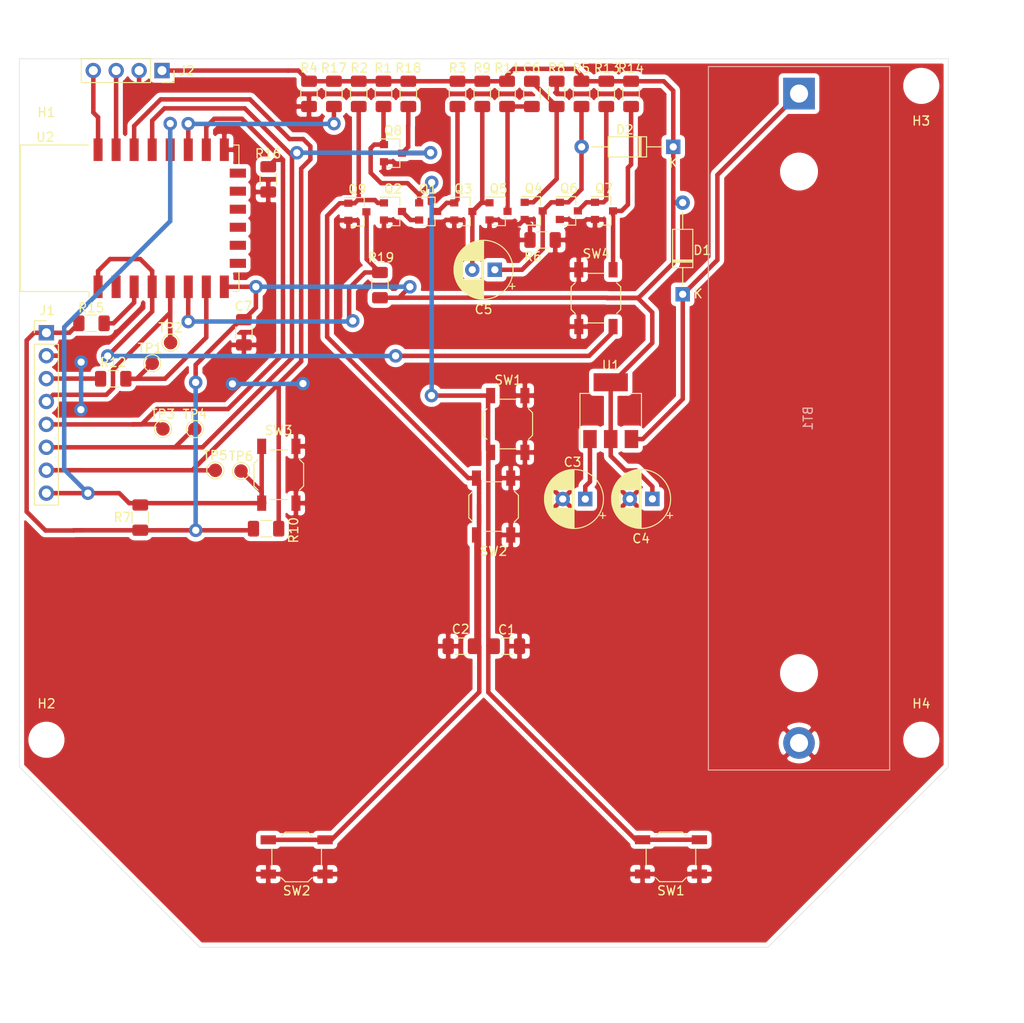
<source format=kicad_pcb>
(kicad_pcb (version 20171130) (host pcbnew 5.1.5+dfsg1-2build2)
  (title_block (title E-printed-exam) (date 2022-06-04) (rev 1.2) (company "Diego Rodríguez Riera"))
  (layers (0 F.Cu signal) (31 B.Cu signal) (34 B.Paste user) (35 F.Paste user) (36 B.SilkS user) (37 F.SilkS user) (38 B.Mask user) (39 F.Mask user) (44 Edge.Cuts user))
  (net 0 "")
  (net 1 GND)
  (net 2 VCC)
  (net 3 "Net-(BT1-Pad1)")
  (net 4 nxt)
  (net 5 spi-clk)
  (net 6 spi-mosi)
  (net 7 spi-cs)
  (net 8 spi-rst)
  (net 9 prv)
  (net 10 "Net-(U2-Pad14)")
  (net 11 "Net-(U2-Pad13)")
  (net 12 "Net-(U2-Pad12)")
  (net 13 "Net-(U2-Pad11)")
  (net 14 "Net-(U2-Pad10)")
  (net 15 "Net-(U2-Pad9)")
  (net 16 "Net-(U2-Pad2)")
  (net 17 nrst)
  (net 18 nxt+prv)
  (net 19 "Net-(C6-Pad1)")
  (net 20 "Net-(J1-Pad3)")
  (net 21 spi-busy,flash)
  (net 22 spi-dc_nxt-in)
  (net 23 spi-miso_prv-in)
  (net 24 "Net-(J2-Pad3)")
  (net 25 "Net-(C3-Pad1)")
  (net 26 "Net-(C5-Pad1)")
  (net 27 "Net-(C6-Pad2)")
  (net 28 "Net-(J2-Pad4)")
  (net 29 "Net-(Q1-Pad3)")
  (net 30 "Net-(Q1-Pad2)")
  (net 31 "Net-(Q6-Pad3)")
  (net 32 "Net-(R15-Pad1)")
  (net 33 "Net-(R17-Pad1)")
  (module Capacitor_THT:CP_Radial_D6.3mm_P2.50mm (layer F.Cu) (at 118.19 61.27 180)
    (fp_text reference C4 (at 1.25 -4.4) (layer F.SilkS))
    (fp_text value 220u)
    (pad 2 thru_hole circle (at 2.5 0 180) (size 1.6 1.6) (drill 0.8) (layers *.Cu *.Mask) (net 1 GND))
    (pad 1 thru_hole rect (at 0 0 180) (size 1.6 1.6) (drill 0.8) (layers *.Cu *.Mask) (net 2 VCC))
  )
  (module Capacitor_THT:CP_Radial_D6.3mm_P2.50mm (layer F.Cu) (at 110.75 61.28 180)
    (fp_text reference C3 (at 1.41 4.09) (layer F.SilkS))
    (fp_text value 100u)
    (pad 2 thru_hole circle (at 2.5 0 180) (size 1.6 1.6) (drill 0.8) (layers *.Cu *.Mask) (net 1 GND))
    (pad 1 thru_hole rect (at 0 0 180) (size 1.6 1.6) (drill 0.8) (layers *.Cu *.Mask) (net 25 "Net-(C3-Pad1)"))
  )
  (module Resistor_SMD:R_1206_3216Metric (layer F.Cu) (at 75.36 64.57 180)
    (fp_text reference R10 (at -3.05 -0.17 270) (layer F.SilkS))
    (fp_text value 33k)
    (pad 2 smd roundrect (at 1.4 0 180) (size 1.25 1.75) (layers F.Cu F.Paste F.Mask) (roundrect_rratio 0.2) (net 2 VCC))
    (pad 1 smd roundrect (at -1.4 0 180) (size 1.25 1.75) (layers F.Cu F.Paste F.Mask) (roundrect_rratio 0.2) (net 8 spi-rst))
  )
  (module Button_Switch_SMD:SW_SPST_TL3342 (layer F.Cu) (at 111.93 39.01 90)
    (fp_text reference SW4 (at 4.915 0.05 180) (layer F.SilkS))
    (fp_text value SW_Push)
    (pad 2 smd rect (at 3.15 1.9 90) (size 1.7 1) (layers F.Cu F.Paste F.Mask) (net 17 nrst))
    (pad 2 smd rect (at -3.15 1.9 90) (size 1.7 1) (layers F.Cu F.Paste F.Mask) (net 17 nrst))
    (pad 1 smd rect (at 3.15 -1.9 90) (size 1.7 1) (layers F.Cu F.Paste F.Mask) (net 1 GND))
    (pad 1 smd rect (at -3.15 -1.9 90) (size 1.7 1) (layers F.Cu F.Paste F.Mask) (net 1 GND))
  )
  (module Resistor_SMD:R_1206_3216Metric (layer F.Cu) (at 106.02 32.56)
    (fp_text reference R6 (at -1.075 1.85) (layer F.SilkS))
    (fp_text value 0)
    (pad 2 smd roundrect (at 1.4 0) (size 1.25 1.75) (layers F.Cu F.Paste F.Mask) (roundrect_rratio 0.2) (net 1 GND))
    (pad 1 smd roundrect (at -1.4 0) (size 1.25 1.75) (layers F.Cu F.Paste F.Mask) (roundrect_rratio 0.2) (net 1 GND))
  )
  (module TestPoint:TestPoint_Pad_D1.5mm (layer F.Cu) (at 69.73 58.1)
    (fp_text reference TP5 (at 0 -1.648) (layer F.SilkS))
    (fp_text value TestPoint)
    (pad 1 smd circle (at 0 0) (size 1.5 1.5) (layers F.Cu F.Mask) (net 8 spi-rst))
  )
  (module Resistor_SMD:R_1206_3216Metric (layer F.Cu) (at 61.41 63.34 90)
    (fp_text reference R7 (at 0.03 -1.98 180) (layer F.SilkS))
    (fp_text value 10k)
    (pad 2 smd roundrect (at 1.4 0 90) (size 1.25 1.75) (layers F.Cu F.Paste F.Mask) (roundrect_rratio 0.2) (net 21 spi-busy,flash))
    (pad 1 smd roundrect (at -1.4 0 90) (size 1.25 1.75) (layers F.Cu F.Paste F.Mask) (roundrect_rratio 0.2) (net 2 VCC))
  )
  (module Package_TO_SOT_SMD:SOT-23 (layer F.Cu) (at 108.93 29.335)
    (fp_text reference Q6 (at 0 -2.5) (layer F.SilkS))
    (fp_text value 2N7002)
    (pad 3 smd rect (at 1 0) (size 0.9 0.8) (layers F.Cu F.Paste F.Mask) (net 31 "Net-(Q6-Pad3)"))
    (pad 2 smd rect (at -1 0.95) (size 0.9 0.8) (layers F.Cu F.Paste F.Mask) (net 1 GND))
    (pad 1 smd rect (at -1 -0.95) (size 0.9 0.8) (layers F.Cu F.Paste F.Mask) (net 26 "Net-(C5-Pad1)"))
  )
  (module Button_Switch_SMD:SW_SPST_TL3342 (layer F.Cu) (at 76.77 58.59 270)
    (fp_text reference SW3 (at -4.92 0.02 180) (layer F.SilkS))
    (fp_text value SW_Push)
    (pad 2 smd rect (at 3.15 1.9 270) (size 1.7 1) (layers F.Cu F.Paste F.Mask) (net 21 spi-busy,flash))
    (pad 2 smd rect (at -3.15 1.9 270) (size 1.7 1) (layers F.Cu F.Paste F.Mask) (net 21 spi-busy,flash))
    (pad 1 smd rect (at 3.15 -1.9 270) (size 1.7 1) (layers F.Cu F.Paste F.Mask) (net 1 GND))
    (pad 1 smd rect (at -3.15 -1.9 270) (size 1.7 1) (layers F.Cu F.Paste F.Mask) (net 1 GND))
  )
  (module Resistor_SMD:R_1206_3216Metric (layer F.Cu) (at 58.41 47.95)
    (fp_text reference R12 (at 0 -1.82) (layer F.SilkS))
    (fp_text value 0)
    (pad 2 smd roundrect (at 1.4 0) (size 1.25 1.75) (layers F.Cu F.Paste F.Mask) (roundrect_rratio 0.2) (net 6 spi-mosi))
    (pad 1 smd roundrect (at -1.4 0) (size 1.25 1.75) (layers F.Cu F.Paste F.Mask) (roundrect_rratio 0.2) (net 20 "Net-(J1-Pad3)"))
  )
  (module Package_TO_SOT_SMD:SOT-223-3_TabPin2 (layer F.Cu) (at 113.57 51.485 90)
    (fp_text reference U1 (at 5.025 0.025 180) (layer F.SilkS))
    (fp_text value AP1117-33)
    (pad 1 smd rect (at -3.15 -2.3 90) (size 2 1.5) (layers F.Cu F.Paste F.Mask) (net 25 "Net-(C3-Pad1)"))
    (pad 3 smd rect (at -3.15 2.3 90) (size 2 1.5) (layers F.Cu F.Paste F.Mask) (net 3 "Net-(BT1-Pad1)"))
    (pad 2 smd rect (at -3.15 0 90) (size 2 1.5) (layers F.Cu F.Paste F.Mask) (net 2 VCC))
    (pad 2 smd rect (at 3.15 0 90) (size 2 3.8) (layers F.Cu F.Paste F.Mask) (net 2 VCC))
  )
  (module TestPoint:TestPoint_Pad_D1.5mm (layer F.Cu) (at 72.58 58.18)
    (fp_text reference TP6 (at 0 -1.648) (layer F.SilkS))
    (fp_text value TestPoint)
    (pad 1 smd circle (at 0 0) (size 1.5 1.5) (layers F.Cu F.Mask) (net 21 spi-busy,flash))
  )
  (module TestPoint:TestPoint_Pad_D1.5mm (layer F.Cu) (at 67.46 53.53)
    (fp_text reference TP4 (at 0 -1.648) (layer F.SilkS))
    (fp_text value TestPoint)
    (pad 1 smd circle (at 0 0) (size 1.5 1.5) (layers F.Cu F.Mask) (net 22 spi-dc_nxt-in))
  )
  (module TestPoint:TestPoint_Pad_D1.5mm (layer F.Cu) (at 63.92 53.51)
    (fp_text reference TP3 (at 0 -1.648) (layer F.SilkS))
    (fp_text value TestPoint)
    (pad 1 smd circle (at 0 0) (size 1.5 1.5) (layers F.Cu F.Mask) (net 7 spi-cs))
  )
  (module TestPoint:TestPoint_Pad_D1.5mm (layer F.Cu) (at 64.77 43.942)
    (fp_text reference TP2 (at 0 -1.648) (layer F.SilkS))
    (fp_text value TestPoint)
    (pad 1 smd circle (at 0 0) (size 1.5 1.5) (layers F.Cu F.Mask) (net 5 spi-clk))
  )
  (module TestPoint:TestPoint_Pad_D1.5mm (layer F.Cu) (at 62.738 46.228)
    (fp_text reference TP1 (at -0.248 -1.668) (layer F.SilkS))
    (fp_text value TestPoint)
    (pad 1 smd circle (at 0 0) (size 1.5 1.5) (layers F.Cu F.Mask) (net 6 spi-mosi))
  )
  (module Resistor_SMD:R_1206_3216Metric (layer F.Cu) (at 87.985 37.565 270)
    (fp_text reference R19 (at -3.05 -0.125 180) (layer F.SilkS))
    (fp_text value 10k)
    (pad 2 smd roundrect (at 1.4 0 270) (size 1.25 1.75) (layers F.Cu F.Paste F.Mask) (roundrect_rratio 0.2) (net 2 VCC))
    (pad 1 smd roundrect (at -1.4 0 270) (size 1.25 1.75) (layers F.Cu F.Paste F.Mask) (roundrect_rratio 0.2) (net 23 spi-miso_prv-in))
  )
  (module Resistor_SMD:R_1206_3216Metric (layer F.Cu) (at 91.13 16.36 90)
    (fp_text reference R18 (at 2.875 0 180) (layer F.SilkS))
    (fp_text value 10k)
    (pad 2 smd roundrect (at 1.4 0 90) (size 1.25 1.75) (layers F.Cu F.Paste F.Mask) (roundrect_rratio 0.2) (net 2 VCC))
    (pad 1 smd roundrect (at -1.4 0 90) (size 1.25 1.75) (layers F.Cu F.Paste F.Mask) (roundrect_rratio 0.2) (net 22 spi-dc_nxt-in))
  )
  (module Resistor_SMD:R_1206_3216Metric (layer F.Cu) (at 82.88 16.36 90)
    (fp_text reference R17 (at 2.875 0 180) (layer F.SilkS))
    (fp_text value 10k)
    (pad 2 smd roundrect (at 1.4 0 90) (size 1.25 1.75) (layers F.Cu F.Paste F.Mask) (roundrect_rratio 0.2) (net 2 VCC))
    (pad 1 smd roundrect (at -1.4 0 90) (size 1.25 1.75) (layers F.Cu F.Paste F.Mask) (roundrect_rratio 0.2) (net 33 "Net-(R17-Pad1)"))
  )
  (module Resistor_SMD:R_1206_3216Metric (layer F.Cu) (at 110.33 16.36 270)
    (fp_text reference R5 (at -2.84 0.03 180) (layer F.SilkS))
    (fp_text value 10k)
    (pad 2 smd roundrect (at 1.4 0 270) (size 1.25 1.75) (layers F.Cu F.Paste F.Mask) (roundrect_rratio 0.2) (net 26 "Net-(C5-Pad1)"))
    (pad 1 smd roundrect (at -1.4 0 270) (size 1.25 1.75) (layers F.Cu F.Paste F.Mask) (roundrect_rratio 0.2) (net 2 VCC))
  )
  (module Resistor_SMD:R_1206_3216Metric (layer F.Cu) (at 115.83 16.36 90)
    (fp_text reference R14 (at 2.85 -0.02 180) (layer F.SilkS))
    (fp_text value 10k)
    (pad 2 smd roundrect (at 1.4 0 90) (size 1.25 1.75) (layers F.Cu F.Paste F.Mask) (roundrect_rratio 0.2) (net 2 VCC))
    (pad 1 smd roundrect (at -1.4 0 90) (size 1.25 1.75) (layers F.Cu F.Paste F.Mask) (roundrect_rratio 0.2) (net 17 nrst))
  )
  (module Resistor_SMD:R_1206_3216Metric (layer F.Cu) (at 113.08 16.36 270)
    (fp_text reference R13 (at -2.85 -0.075 180) (layer F.SilkS))
    (fp_text value 18k)
    (pad 2 smd roundrect (at 1.4 0 270) (size 1.25 1.75) (layers F.Cu F.Paste F.Mask) (roundrect_rratio 0.2) (net 31 "Net-(Q6-Pad3)"))
    (pad 1 smd roundrect (at -1.4 0 270) (size 1.25 1.75) (layers F.Cu F.Paste F.Mask) (roundrect_rratio 0.2) (net 2 VCC))
  )
  (module Resistor_SMD:R_1206_3216Metric (layer F.Cu) (at 102.08 16.36 270)
    (fp_text reference R11 (at -2.875 -0.025 180) (layer F.SilkS))
    (fp_text value 680k)
    (pad 2 smd roundrect (at 1.4 0 270) (size 1.25 1.75) (layers F.Cu F.Paste F.Mask) (roundrect_rratio 0.2) (net 19 "Net-(C6-Pad1)"))
    (pad 1 smd roundrect (at -1.4 0 270) (size 1.25 1.75) (layers F.Cu F.Paste F.Mask) (roundrect_rratio 0.2) (net 2 VCC))
  )
  (module Resistor_SMD:R_1206_3216Metric (layer F.Cu) (at 99.33 16.36 270)
    (fp_text reference R9 (at -2.875 0.025 180) (layer F.SilkS))
    (fp_text value 3.3k)
    (pad 2 smd roundrect (at 1.4 0 270) (size 1.25 1.75) (layers F.Cu F.Paste F.Mask) (roundrect_rratio 0.2) (net 18 nxt+prv))
    (pad 1 smd roundrect (at -1.4 0 270) (size 1.25 1.75) (layers F.Cu F.Paste F.Mask) (roundrect_rratio 0.2) (net 2 VCC))
  )
  (module Resistor_SMD:R_1206_3216Metric (layer F.Cu) (at 107.58 16.36 90)
    (fp_text reference R8 (at 2.875 0 180) (layer F.SilkS))
    (fp_text value 330)
    (pad 2 smd roundrect (at 1.4 0 90) (size 1.25 1.75) (layers F.Cu F.Paste F.Mask) (roundrect_rratio 0.2) (net 1 GND))
    (pad 1 smd roundrect (at -1.4 0 90) (size 1.25 1.75) (layers F.Cu F.Paste F.Mask) (roundrect_rratio 0.2) (net 27 "Net-(C6-Pad2)"))
  )
  (module Resistor_SMD:R_1206_3216Metric (layer F.Cu) (at 96.58 16.36 90)
    (fp_text reference R3 (at 2.875 0 180) (layer F.SilkS))
    (fp_text value 33k)
    (pad 2 smd roundrect (at 1.4 0 90) (size 1.25 1.75) (layers F.Cu F.Paste F.Mask) (roundrect_rratio 0.2) (net 2 VCC))
    (pad 1 smd roundrect (at -1.4 0 90) (size 1.25 1.75) (layers F.Cu F.Paste F.Mask) (roundrect_rratio 0.2) (net 29 "Net-(Q1-Pad3)"))
  )
  (module Resistor_SMD:R_1206_3216Metric (layer F.Cu) (at 85.63 16.36 90)
    (fp_text reference R2 (at 2.875 0.05 180) (layer F.SilkS))
    (fp_text value 5k)
    (pad 2 smd roundrect (at 1.4 0 90) (size 1.25 1.75) (layers F.Cu F.Paste F.Mask) (roundrect_rratio 0.2) (net 2 VCC))
    (pad 1 smd roundrect (at -1.4 0 90) (size 1.25 1.75) (layers F.Cu F.Paste F.Mask) (roundrect_rratio 0.2) (net 9 prv))
  )
  (module Resistor_SMD:R_1206_3216Metric (layer F.Cu) (at 88.38 16.36 270)
    (fp_text reference R1 (at -2.875 0.05 180) (layer F.SilkS))
    (fp_text value 5k)
    (pad 2 smd roundrect (at 1.4 0 270) (size 1.25 1.75) (layers F.Cu F.Paste F.Mask) (roundrect_rratio 0.2) (net 4 nxt))
    (pad 1 smd roundrect (at -1.4 0 270) (size 1.25 1.75) (layers F.Cu F.Paste F.Mask) (roundrect_rratio 0.2) (net 2 VCC))
  )
  (module Resistor_SMD:R_1206_3216Metric (layer F.Cu) (at 75.6 25.84 90)
    (fp_text reference R16 (at 2.84 -0.02 180) (layer F.SilkS))
    (fp_text value 10k)
    (pad 2 smd roundrect (at 1.4 0 90) (size 1.25 1.75) (layers F.Cu F.Paste F.Mask) (roundrect_rratio 0.2) (net 7 spi-cs))
    (pad 1 smd roundrect (at -1.4 0 90) (size 1.25 1.75) (layers F.Cu F.Paste F.Mask) (roundrect_rratio 0.2) (net 1 GND))
  )
  (module Resistor_SMD:R_1206_3216Metric (layer F.Cu) (at 56 41.8 180)
    (fp_text reference R15 (at 0.03 1.72) (layer F.SilkS))
    (fp_text value 10k)
    (pad 2 smd roundrect (at 1.4 0 180) (size 1.25 1.75) (layers F.Cu F.Paste F.Mask) (roundrect_rratio 0.2) (net 2 VCC))
    (pad 1 smd roundrect (at -1.4 0 180) (size 1.25 1.75) (layers F.Cu F.Paste F.Mask) (roundrect_rratio 0.2) (net 32 "Net-(R15-Pad1)"))
  )
  (module Resistor_SMD:R_1206_3216Metric (layer F.Cu) (at 80.12 16.36 270)
    (fp_text reference R4 (at -2.875 0 180) (layer F.SilkS))
    (fp_text value 33k)
    (pad 2 smd roundrect (at 1.4 0 270) (size 1.25 1.75) (layers F.Cu F.Paste F.Mask) (roundrect_rratio 0.2) (net 1 GND))
    (pad 1 smd roundrect (at -1.4 0 270) (size 1.25 1.75) (layers F.Cu F.Paste F.Mask) (roundrect_rratio 0.2) (net 2 VCC))
  )
  (module Package_TO_SOT_SMD:SOT-23 (layer F.Cu) (at 85.48 29.435)
    (fp_text reference Q9 (at 0 -2.5) (layer F.SilkS))
    (fp_text value 2N7002)
    (pad 3 smd rect (at 1 0) (size 0.9 0.8) (layers F.Cu F.Paste F.Mask) (net 23 spi-miso_prv-in))
    (pad 2 smd rect (at -1 0.95) (size 0.9 0.8) (layers F.Cu F.Paste F.Mask) (net 1 GND))
    (pad 1 smd rect (at -1 -0.95) (size 0.9 0.8) (layers F.Cu F.Paste F.Mask) (net 9 prv))
  )
  (module Package_TO_SOT_SMD:SOT-23 (layer F.Cu) (at 89.43 22.935)
    (fp_text reference Q8 (at 0 -2.5) (layer F.SilkS))
    (fp_text value 2N7002)
    (pad 3 smd rect (at 1 0) (size 0.9 0.8) (layers F.Cu F.Paste F.Mask) (net 22 spi-dc_nxt-in))
    (pad 2 smd rect (at -1 0.95) (size 0.9 0.8) (layers F.Cu F.Paste F.Mask) (net 1 GND))
    (pad 1 smd rect (at -1 -0.95) (size 0.9 0.8) (layers F.Cu F.Paste F.Mask) (net 4 nxt))
  )
  (module Package_TO_SOT_SMD:SOT-23 (layer F.Cu) (at 112.83 29.335)
    (fp_text reference Q7 (at 0 -2.5) (layer F.SilkS))
    (fp_text value 2N7002)
    (pad 3 smd rect (at 1 0) (size 0.9 0.8) (layers F.Cu F.Paste F.Mask) (net 17 nrst))
    (pad 2 smd rect (at -1 0.95) (size 0.9 0.8) (layers F.Cu F.Paste F.Mask) (net 1 GND))
    (pad 1 smd rect (at -1 -0.95) (size 0.9 0.8) (layers F.Cu F.Paste F.Mask) (net 31 "Net-(Q6-Pad3)"))
  )
  (module Package_TO_SOT_SMD:SOT-23 (layer F.Cu) (at 101.13 29.385)
    (fp_text reference Q5 (at 0 -2.5) (layer F.SilkS))
    (fp_text value 2N7002)
    (pad 3 smd rect (at 1 0) (size 0.9 0.8) (layers F.Cu F.Paste F.Mask) (net 19 "Net-(C6-Pad1)"))
    (pad 2 smd rect (at -1 0.95) (size 0.9 0.8) (layers F.Cu F.Paste F.Mask) (net 1 GND))
    (pad 1 smd rect (at -1 -0.95) (size 0.9 0.8) (layers F.Cu F.Paste F.Mask) (net 18 nxt+prv))
  )
  (module Package_TO_SOT_SMD:SOT-23 (layer F.Cu) (at 105.03 29.335)
    (fp_text reference Q4 (at 0 -2.5) (layer F.SilkS))
    (fp_text value 2N7002)
    (pad 3 smd rect (at 1 0) (size 0.9 0.8) (layers F.Cu F.Paste F.Mask) (net 26 "Net-(C5-Pad1)"))
    (pad 2 smd rect (at -1 0.95) (size 0.9 0.8) (layers F.Cu F.Paste F.Mask) (net 1 GND))
    (pad 1 smd rect (at -1 -0.95) (size 0.9 0.8) (layers F.Cu F.Paste F.Mask) (net 27 "Net-(C6-Pad2)"))
  )
  (module Package_TO_SOT_SMD:SOT-23 (layer F.Cu) (at 97.23 29.397)
    (fp_text reference Q3 (at 0 -2.5) (layer F.SilkS))
    (fp_text value 2N7002)
    (pad 3 smd rect (at 1 0) (size 0.9 0.8) (layers F.Cu F.Paste F.Mask) (net 18 nxt+prv))
    (pad 2 smd rect (at -1 0.95) (size 0.9 0.8) (layers F.Cu F.Paste F.Mask) (net 1 GND))
    (pad 1 smd rect (at -1 -0.95) (size 0.9 0.8) (layers F.Cu F.Paste F.Mask) (net 29 "Net-(Q1-Pad3)"))
  )
  (module Package_TO_SOT_SMD:SOT-23 (layer F.Cu) (at 89.43 29.397)
    (fp_text reference Q2 (at 0 -2.5) (layer F.SilkS))
    (fp_text value 2N7002)
    (pad 3 smd rect (at 1 0) (size 0.9 0.8) (layers F.Cu F.Paste F.Mask) (net 30 "Net-(Q1-Pad2)"))
    (pad 2 smd rect (at -1 0.95) (size 0.9 0.8) (layers F.Cu F.Paste F.Mask) (net 1 GND))
    (pad 1 smd rect (at -1 -0.95) (size 0.9 0.8) (layers F.Cu F.Paste F.Mask) (net 9 prv))
  )
  (module Package_TO_SOT_SMD:SOT-23 (layer F.Cu) (at 93.33 29.397)
    (fp_text reference Q1 (at 0 -2.5) (layer F.SilkS))
    (fp_text value 2N7002)
    (pad 3 smd rect (at 1 0) (size 0.9 0.8) (layers F.Cu F.Paste F.Mask) (net 29 "Net-(Q1-Pad3)"))
    (pad 2 smd rect (at -1 0.95) (size 0.9 0.8) (layers F.Cu F.Paste F.Mask) (net 30 "Net-(Q1-Pad2)"))
    (pad 1 smd rect (at -1 -0.95) (size 0.9 0.8) (layers F.Cu F.Paste F.Mask) (net 4 nxt))
  )
  (module Diode_THT:D_DO-35_SOD27_P10.16mm_Horizontal (layer F.Cu) (at 120.505 22.235 180)
    (fp_text reference D2 (at 5.375 1.905) (layer F.SilkS))
    (fp_text value 2N7001)
    (fp_text user K (at 0 -1.8) (layer F.SilkS))
    (pad 2 thru_hole oval (at 10.16 0 180) (size 1.6 1.6) (drill 0.8) (layers *.Cu *.Mask) (net 26 "Net-(C5-Pad1)"))
    (pad 1 thru_hole rect (at 0 0 180) (size 1.6 1.6) (drill 0.8) (layers *.Cu *.Mask) (net 2 VCC))
  )
  (module Diode_THT:D_DO-35_SOD27_P10.16mm_Horizontal (layer F.Cu) (at 121.55 38.58 90)
    (fp_text reference D1 (at 4.878 2.16 180) (layer F.SilkS))
    (fp_text value 2N7001)
    (fp_text user K (at 0.058 1.71 180) (layer F.SilkS))
    (pad 2 thru_hole oval (at 10.16 0 90) (size 1.6 1.6) (drill 0.8) (layers *.Cu *.Mask) (net 2 VCC))
    (pad 1 thru_hole rect (at 0 0 90) (size 1.6 1.6) (drill 0.8) (layers *.Cu *.Mask) (net 3 "Net-(BT1-Pad1)"))
  )
  (module Capacitor_SMD:C_1206_3216Metric (layer F.Cu) (at 104.83 16.36 90)
    (fp_text reference C6 (at 2.875 -0.025 180) (layer F.SilkS))
    (fp_text value 100n)
    (pad 2 smd roundrect (at 1.4 0 90) (size 1.25 1.75) (layers F.Cu F.Paste F.Mask) (roundrect_rratio 0.2) (net 27 "Net-(C6-Pad2)"))
    (pad 1 smd roundrect (at -1.4 0 90) (size 1.25 1.75) (layers F.Cu F.Paste F.Mask) (roundrect_rratio 0.2) (net 19 "Net-(C6-Pad1)"))
  )
  (module Capacitor_THT:CP_Radial_D6.3mm_P2.50mm (layer F.Cu) (at 100.72 35.86 180)
    (fp_text reference C5 (at 1.25 -4.4) (layer F.SilkS))
    (fp_text value 47u)
    (pad 2 thru_hole circle (at 2.5 0 180) (size 1.6 1.6) (drill 0.8) (layers *.Cu *.Mask) (net 18 nxt+prv))
    (pad 1 thru_hole rect (at 0 0 180) (size 1.6 1.6) (drill 0.8) (layers *.Cu *.Mask) (net 26 "Net-(C5-Pad1)"))
  )
  (module Capacitor_SMD:C_1206_3216Metric (layer F.Cu) (at 72.898 42.796 90)
    (fp_text reference C7 (at 2.886 -0.048 180) (layer F.SilkS))
    (fp_text value 100n)
    (pad 2 smd roundrect (at 1.4 0 90) (size 1.25 1.75) (layers F.Cu F.Paste F.Mask) (roundrect_rratio 0.2) (net 2 VCC))
    (pad 1 smd roundrect (at -1.4 0 90) (size 1.25 1.75) (layers F.Cu F.Paste F.Mask) (roundrect_rratio 0.2) (net 1 GND))
  )
  (module Button_Switch_SMD:SW_SPST_TL3342 (layer F.Cu) (at 100.585 62.115 270)
    (fp_text reference SW2 (at 4.96 0.01 180) (layer F.SilkS))
    (fp_text value SW_Push)
    (pad 1 smd rect (at -3.15 -1.9 270) (size 1.7 1) (layers F.Cu F.Paste F.Mask) (net 1 GND))
    (pad 1 smd rect (at 3.15 -1.9 270) (size 1.7 1) (layers F.Cu F.Paste F.Mask) (net 1 GND))
    (pad 2 smd rect (at -3.15 1.9 270) (size 1.7 1) (layers F.Cu F.Paste F.Mask) (net 9 prv))
    (pad 2 smd rect (at 3.15 1.9 270) (size 1.7 1) (layers F.Cu F.Paste F.Mask) (net 9 prv))
  )
  (module Button_Switch_SMD:SW_SPST_TL3342 (layer F.Cu) (at 102.155 52.965 270)
    (fp_text reference SW1 (at -4.865 -0.045 180) (layer F.SilkS))
    (fp_text value SW_Push)
    (pad 1 smd rect (at -3.15 -1.9 270) (size 1.7 1) (layers F.Cu F.Paste F.Mask) (net 1 GND))
    (pad 1 smd rect (at 3.15 -1.9 270) (size 1.7 1) (layers F.Cu F.Paste F.Mask) (net 1 GND))
    (pad 2 smd rect (at -3.15 1.9 270) (size 1.7 1) (layers F.Cu F.Paste F.Mask) (net 4 nxt))
    (pad 2 smd rect (at 3.15 1.9 270) (size 1.7 1) (layers F.Cu F.Paste F.Mask) (net 4 nxt))
  )
  (module Battery:BatteryHolder_MPD_BH-18650-PC2 (layer B.Cu) (at 134.45 16.33 270)
    (fp_text reference BT1 (at 36 -1 90) (layer B.SilkS) (effects (justify mirror)))
    (fp_text value Battery_Cell)
    (pad "" np_thru_hole circle (at 64.255 0 270) (size 3.2 3.2) (drill 3.2) (layers *.Cu *.Mask))
    (pad "" np_thru_hole circle (at 8.645 0 270) (size 3.2 3.2) (drill 3.2) (layers *.Cu *.Mask))
    (pad 1 thru_hole rect (at 0 0 270) (size 3.5 3.5) (drill 2) (layers *.Cu *.Mask) (net 3 "Net-(BT1-Pad1)"))
    (pad 2 thru_hole circle (at 72 0 270) (size 3.5 3.5) (drill 2) (layers *.Cu *.Mask) (net 1 GND))
  )
  (module Capacitor_SMD:C_1206_3216Metric (layer F.Cu) (at 102.06 77.6)
    (fp_text reference C1 (at 0 -1.82) (layer F.SilkS))
    (fp_text value 100n)
    (pad 2 smd roundrect (at 1.4 0) (size 1.25 1.75) (layers F.Cu F.Paste F.Mask) (roundrect_rratio 0.2) (net 1 GND))
    (pad 1 smd roundrect (at -1.4 0) (size 1.25 1.75) (layers F.Cu F.Paste F.Mask) (roundrect_rratio 0.2) (net 4 nxt))
  )
  (module Connector_PinSocket_2.54mm:PinSocket_1x04_P2.54mm_Vertical (layer F.Cu) (at 63.82 13.775 270)
    (fp_text reference J2 (at 0 -2.77 180) (layer F.SilkS))
    (fp_text value Conn_01x04)
    (pad 4 thru_hole oval (at 0 7.62 270) (size 1.7 1.7) (drill 1) (layers *.Cu *.Mask) (net 28 "Net-(J2-Pad4)"))
    (pad 3 thru_hole oval (at 0 5.08 270) (size 1.7 1.7) (drill 1) (layers *.Cu *.Mask) (net 24 "Net-(J2-Pad3)"))
    (pad 2 thru_hole oval (at 0 2.54 270) (size 1.7 1.7) (drill 1) (layers *.Cu *.Mask) (net 1 GND))
    (pad 1 thru_hole rect (at 0 0 270) (size 1.7 1.7) (drill 1) (layers *.Cu *.Mask) (net 2 VCC))
  )
  (module Connector_PinHeader_2.54mm:PinHeader_1x08_P2.54mm_Vertical (layer F.Cu) (at 51 42.85)
    (fp_text reference J1 (at 0.1 -2.48 180) (layer F.SilkS))
    (fp_text value Conn_01x08)
    (pad 8 thru_hole oval (at 0 17.78) (size 1.7 1.7) (drill 1) (layers *.Cu *.Mask) (net 21 spi-busy,flash))
    (pad 7 thru_hole oval (at 0 15.24) (size 1.7 1.7) (drill 1) (layers *.Cu *.Mask) (net 8 spi-rst))
    (pad 6 thru_hole oval (at 0 12.7) (size 1.7 1.7) (drill 1) (layers *.Cu *.Mask) (net 22 spi-dc_nxt-in))
    (pad 5 thru_hole oval (at 0 10.16) (size 1.7 1.7) (drill 1) (layers *.Cu *.Mask) (net 7 spi-cs))
    (pad 4 thru_hole oval (at 0 7.62) (size 1.7 1.7) (drill 1) (layers *.Cu *.Mask) (net 5 spi-clk))
    (pad 3 thru_hole oval (at 0 5.08) (size 1.7 1.7) (drill 1) (layers *.Cu *.Mask) (net 20 "Net-(J1-Pad3)"))
    (pad 2 thru_hole oval (at 0 2.54) (size 1.7 1.7) (drill 1) (layers *.Cu *.Mask) (net 1 GND))
    (pad 1 thru_hole rect (at 0 0) (size 1.7 1.7) (drill 1) (layers *.Cu *.Mask) (net 2 VCC))
  )
  (module RF_Module:ESP-12E (layer F.Cu) (at 60.23 30.15 90)
    (fp_text reference U2 (at 9 -9.36 180) (layer F.SilkS))
    (fp_text value ESP-12F)
    (pad 22 smd rect (at 7.6 -3.5 90) (size 2.5 1) (layers F.Cu F.Paste F.Mask) (net 28 "Net-(J2-Pad4)"))
    (pad 21 smd rect (at 7.6 -1.5 90) (size 2.5 1) (layers F.Cu F.Paste F.Mask) (net 24 "Net-(J2-Pad3)"))
    (pad 20 smd rect (at 7.6 0.5 90) (size 2.5 1) (layers F.Cu F.Paste F.Mask) (net 8 spi-rst))
    (pad 19 smd rect (at 7.6 2.5 90) (size 2.5 1) (layers F.Cu F.Paste F.Mask) (net 22 spi-dc_nxt-in))
    (pad 18 smd rect (at 7.6 4.5 90) (size 2.5 1) (layers F.Cu F.Paste F.Mask) (net 21 spi-busy,flash))
    (pad 17 smd rect (at 7.6 6.5 90) (size 2.5 1) (layers F.Cu F.Paste F.Mask) (net 33 "Net-(R17-Pad1)"))
    (pad 16 smd rect (at 7.6 8.5 90) (size 2.5 1) (layers F.Cu F.Paste F.Mask) (net 7 spi-cs))
    (pad 15 smd rect (at 7.6 10.5 90) (size 2.5 1) (layers F.Cu F.Paste F.Mask) (net 1 GND))
    (pad 14 smd rect (at 5 12 90) (size 1 1.8) (layers F.Cu F.Paste F.Mask) (net 10 "Net-(U2-Pad14)"))
    (pad 13 smd rect (at 3 12 90) (size 1 1.8) (layers F.Cu F.Paste F.Mask) (net 11 "Net-(U2-Pad13)"))
    (pad 12 smd rect (at 1 12 90) (size 1 1.8) (layers F.Cu F.Paste F.Mask) (net 12 "Net-(U2-Pad12)"))
    (pad 11 smd rect (at -1 12 90) (size 1 1.8) (layers F.Cu F.Paste F.Mask) (net 13 "Net-(U2-Pad11)"))
    (pad 10 smd rect (at -3 12 90) (size 1 1.8) (layers F.Cu F.Paste F.Mask) (net 14 "Net-(U2-Pad10)"))
    (pad 9 smd rect (at -5 12 90) (size 1 1.8) (layers F.Cu F.Paste F.Mask) (net 15 "Net-(U2-Pad9)"))
    (pad 8 smd rect (at -7.6 10.5 90) (size 2.5 1) (layers F.Cu F.Paste F.Mask) (net 2 VCC))
    (pad 7 smd rect (at -7.6 8.5 90) (size 2.5 1) (layers F.Cu F.Paste F.Mask) (net 6 spi-mosi))
    (pad 6 smd rect (at -7.6 6.5 90) (size 2.5 1) (layers F.Cu F.Paste F.Mask) (net 23 spi-miso_prv-in))
    (pad 5 smd rect (at -7.6 4.5 90) (size 2.5 1) (layers F.Cu F.Paste F.Mask) (net 5 spi-clk))
    (pad 4 smd rect (at -7.6 2.5 90) (size 2.5 1) (layers F.Cu F.Paste F.Mask) (net 17 nrst))
    (pad 3 smd rect (at -7.6 0.5 90) (size 2.5 1) (layers F.Cu F.Paste F.Mask) (net 32 "Net-(R15-Pad1)"))
    (pad 2 smd rect (at -7.6 -1.5 90) (size 2.5 1) (layers F.Cu F.Paste F.Mask) (net 16 "Net-(U2-Pad2)"))
    (pad 1 smd rect (at -7.6 -3.5 90) (size 2.5 1) (layers F.Cu F.Paste F.Mask) (net 17 nrst))
  )
  (module Capacitor_SMD:C_1206_3216Metric (layer F.Cu) (at 96.95 77.6 180)
    (fp_text reference C2 (at 0.02 1.882 180) (layer F.SilkS))
    (fp_text value 100n)
    (pad 2 smd roundrect (at 1.4 0 180) (size 1.25 1.75) (layers F.Cu F.Paste F.Mask) (roundrect_rratio 0.2) (net 1 GND))
    (pad 1 smd roundrect (at -1.4 0 180) (size 1.25 1.75) (layers F.Cu F.Paste F.Mask) (roundrect_rratio 0.2) (net 9 prv))
  )
  (module Button_Switch_SMD:SW_SPST_TL3342 (layer F.Cu) (at 78.75 100.97 180)
    (fp_text reference SW2 (at 0 -3.75) (layer F.SilkS))
    (fp_text value SW_Push)
    (pad 2 smd rect (at 3.15 1.9 180) (size 1.7 1) (layers F.Cu F.Paste F.Mask) (net 9 prv))
    (pad 2 smd rect (at -3.15 1.9 180) (size 1.7 1) (layers F.Cu F.Paste F.Mask) (net 9 prv))
    (pad 1 smd rect (at 3.15 -1.9 180) (size 1.7 1) (layers F.Cu F.Paste F.Mask) (net 1 GND))
    (pad 1 smd rect (at -3.15 -1.9 180) (size 1.7 1) (layers F.Cu F.Paste F.Mask) (net 1 GND))
  )
  (module Button_Switch_SMD:SW_SPST_TL3342 (layer F.Cu) (at 120.25 100.96 180)
    (fp_text reference SW1 (at 0 -3.75) (layer F.SilkS))
    (fp_text value SW_Push)
    (pad 2 smd rect (at 3.15 1.9 180) (size 1.7 1) (layers F.Cu F.Paste F.Mask) (net 4 nxt))
    (pad 2 smd rect (at -3.15 1.9 180) (size 1.7 1) (layers F.Cu F.Paste F.Mask) (net 4 nxt))
    (pad 1 smd rect (at 3.15 -1.9 180) (size 1.7 1) (layers F.Cu F.Paste F.Mask) (net 1 GND))
    (pad 1 smd rect (at -3.15 -1.9 180) (size 1.7 1) (layers F.Cu F.Paste F.Mask) (net 1 GND))
  )
  (module MountingHole:MountingHole_3mm (layer F.Cu) (at 148.005 15.475)
    (fp_text reference H3 (at -0.015 3.885) (layer F.SilkS))
    (fp_text value MountingHole)
    (pad 1 np_thru_hole circle (at 0 0) (size 3 3) (drill 3) (layers *.Cu *.Mask))
  )
  (module MountingHole:MountingHole_3mm (layer F.Cu) (at 51.005 15.475)
    (fp_text reference H1 (at -0.005 2.935) (layer F.SilkS))
    (fp_text value MountingHole)
    (pad 1 np_thru_hole circle (at 0 0) (size 3 3) (drill 3) (layers *.Cu *.Mask))
  )
  (module MountingHole:MountingHole_3mm (layer F.Cu) (at 148.005 87.975)
    (fp_text reference H4 (at 0 -4) (layer F.SilkS))
    (fp_text value MountingHole)
    (pad 1 np_thru_hole circle (at 0 0) (size 3 3) (drill 3) (layers *.Cu *.Mask))
  )
  (module MountingHole:MountingHole_3mm (layer F.Cu) (at 51.005 87.975)
    (fp_text reference H2 (at 0 -4) (layer F.SilkS))
    (fp_text value MountingHole)
    (pad 1 np_thru_hole circle (at 0 0) (size 3 3) (drill 3) (layers *.Cu *.Mask))
  )
  (gr_line (start 151.005 12.475) (end 48.005 12.475) (layer Edge.Cuts) (width 0.05))
  (gr_line (start 68.005 110.975) (end 131.005 110.975) (layer Edge.Cuts) (width 0.05))
  (gr_line (start 48.005 90.975) (end 68.005 110.975) (layer Edge.Cuts) (width 0.05))
  (gr_line (start 151.005 90.975) (end 131.005 110.975) (layer Edge.Cuts) (width 0.05))
  (gr_line (start 48.005 90.975) (end 48.005 12.475) (layer Edge.Cuts) (width 0.05))
  (gr_line (start 151.005 12.475) (end 151.005 90.975) (layer Edge.Cuts) (width 0.05))
  (segment (start 56.205 13.88) (end 56.2 13.875) (width 0.5) (layer F.Cu) (net 28))
  (segment (start 56.205 18.425) (end 56.205 13.88) (width 0.5) (layer F.Cu) (net 28))
  (segment (start 56.73 18.95) (end 56.205 18.425) (width 0.5) (layer F.Cu) (net 28))
  (segment (start 56.73 22.55) (end 56.73 18.95) (width 0.5) (layer F.Cu) (net 28))
  (via (at 71.628 48.514) (size 1.5) (drill 0.8) (layers F.Cu B.Cu) (net 1))
  (via (at 54.85 46.1) (size 1.5) (drill 0.8) (layers F.Cu B.Cu) (net 1))
  (segment (start 54.85 46.1) (end 54.85 51.2) (width 0.5) (layer B.Cu) (net 1))
  (via (at 54.825 51.375) (size 1.5) (drill 0.8) (layers F.Cu B.Cu) (net 1))
  (segment (start 54.85 51.2) (end 54.85 51.35) (width 0.5) (layer B.Cu) (net 1))
  (segment (start 54.85 51.35) (end 54.825 51.375) (width 0.5) (layer B.Cu) (net 1))
  (segment (start 103.98 30.285) (end 103.455 30.81) (width 0.5) (layer F.Cu) (net 1))
  (segment (start 104.03 30.285) (end 103.98 30.285) (width 0.5) (layer F.Cu) (net 1))
  (segment (start 103.455 30.81) (end 102.545 30.81) (width 0.5) (layer F.Cu) (net 1))
  (via (at 79.45 48.480002) (size 1.5) (drill 0.8) (layers F.Cu B.Cu) (net 1))
  (segment (start 71.628 48.514) (end 79.416002 48.514) (width 0.5) (layer B.Cu) (net 1))
  (segment (start 79.416002 48.514) (end 79.45 48.480002) (width 0.5) (layer B.Cu) (net 1))
  (segment (start 104.62 32.56) (end 104.62 30.875) (width 0.5) (layer F.Cu) (net 1))
  (segment (start 104.62 30.875) (end 104.03 30.285) (width 0.5) (layer F.Cu) (net 1))
  (segment (start 85.63 14.96) (end 88.38 14.96) (width 0.5) (layer F.Cu) (net 2))
  (segment (start 88.38 14.96) (end 91.13 14.96) (width 0.5) (layer F.Cu) (net 2))
  (segment (start 92.005 14.96) (end 96.58 14.96) (width 0.5) (layer F.Cu) (net 2))
  (segment (start 91.13 14.96) (end 92.005 14.96) (width 0.5) (layer F.Cu) (net 2))
  (segment (start 96.58 14.96) (end 99.33 14.96) (width 0.5) (layer F.Cu) (net 2))
  (segment (start 102.08 14.96) (end 99.33 14.96) (width 0.5) (layer F.Cu) (net 2))
  (segment (start 115.83 14.96) (end 113.08 14.96) (width 0.5) (layer F.Cu) (net 2))
  (segment (start 110.33 14.96) (end 113.08 14.96) (width 0.5) (layer F.Cu) (net 2))
  (segment (start 110.33 14.335) (end 110.33 14.96) (width 0.5) (layer F.Cu) (net 2))
  (segment (start 102.08 14.335) (end 102.83001 13.58499) (width 0.5) (layer F.Cu) (net 2))
  (segment (start 109.57999 13.58499) (end 110.33 14.335) (width 0.5) (layer F.Cu) (net 2))
  (segment (start 102.08 14.96) (end 102.08 14.335) (width 0.5) (layer F.Cu) (net 2))
  (segment (start 102.83001 13.58499) (end 109.57999 13.58499) (width 0.5) (layer F.Cu) (net 2))
  (segment (start 74.58 37.72) (end 74.58 37.72) (width 0.5) (layer F.Cu) (net 2))
  (via (at 74.23 37.74) (size 1.5) (drill 0.8) (layers F.Cu B.Cu) (net 2))
  (segment (start 90.155 38.965) (end 87.985 38.965) (width 0.5) (layer F.Cu) (net 2))
  (segment (start 120.505 23.535) (end 120.505 22.235) (width 0.5) (layer F.Cu) (net 2))
  (segment (start 74.23 40.064) (end 74.23 37.74) (width 0.5) (layer F.Cu) (net 2))
  (segment (start 72.898 41.396) (end 74.23 40.064) (width 0.5) (layer F.Cu) (net 2))
  (segment (start 74.22 37.75) (end 74.23 37.74) (width 0.5) (layer F.Cu) (net 2))
  (segment (start 70.73 37.75) (end 74.22 37.75) (width 0.5) (layer F.Cu) (net 2))
  (via (at 67.55 48.35) (size 1.5) (drill 0.8) (layers F.Cu B.Cu) (net 2))
  (segment (start 67.55 47.28934) (end 67.55 48.35) (width 0.5) (layer F.Cu) (net 2))
  (segment (start 67.55 46.4) (end 67.55 47.28934) (width 0.5) (layer F.Cu) (net 2))
  (segment (start 72.554 41.396) (end 67.55 46.4) (width 0.5) (layer F.Cu) (net 2))
  (segment (start 72.898 41.396) (end 72.554 41.396) (width 0.5) (layer F.Cu) (net 2))
  (segment (start 113.57 54.635) (end 113.57 48.335) (width 0.5) (layer F.Cu) (net 2))
  (segment (start 53.55 42.85) (end 54.6 41.8) (width 0.5) (layer F.Cu) (net 2))
  (segment (start 51 42.85) (end 53.55 42.85) (width 0.5) (layer F.Cu) (net 2))
  (segment (start 115.83 14.96) (end 118.57 14.96) (width 0.5) (layer F.Cu) (net 2))
  (segment (start 119.445 14.96) (end 118.57 14.96) (width 0.5) (layer F.Cu) (net 2))
  (segment (start 120.505 16.02) (end 119.445 14.96) (width 0.5) (layer F.Cu) (net 2))
  (segment (start 120.505 22.235) (end 120.505 16.02) (width 0.5) (layer F.Cu) (net 2))
  (segment (start 82.88 14.96) (end 85.63 14.96) (width 0.5) (layer F.Cu) (net 2))
  (segment (start 80.12 14.96) (end 82.88 14.96) (width 0.5) (layer F.Cu) (net 2))
  (segment (start 54.03 64.77) (end 54.05 64.75) (width 0.5) (layer F.Cu) (net 2))
  (segment (start 50.9 64.77) (end 54.03 64.77) (width 0.5) (layer F.Cu) (net 2))
  (segment (start 48.81 62.68) (end 50.9 64.77) (width 0.5) (layer F.Cu) (net 2))
  (segment (start 48.81 43.69) (end 48.81 62.68) (width 0.5) (layer F.Cu) (net 2))
  (segment (start 49.65 42.85) (end 48.81 43.69) (width 0.5) (layer F.Cu) (net 2))
  (segment (start 51 42.85) (end 49.65 42.85) (width 0.5) (layer F.Cu) (net 2))
  (segment (start 90.22 38.96) (end 90.21 38.95) (width 0.5) (layer F.Cu) (net 2))
  (segment (start 113.155002 38.96) (end 90.22 38.96) (width 0.5) (layer F.Cu) (net 2))
  (segment (start 113.180002 38.985) (end 113.155002 38.96) (width 0.5) (layer F.Cu) (net 2))
  (via (at 67.56 64.75) (size 1.5) (drill 0.8) (layers F.Cu B.Cu) (net 2))
  (segment (start 54.05 64.75) (end 67.56 64.75) (width 0.5) (layer F.Cu) (net 2))
  (segment (start 67.55 48.35) (end 67.55 64.74) (width 0.5) (layer B.Cu) (net 2))
  (segment (start 67.55 64.74) (end 67.56 64.75) (width 0.5) (layer B.Cu) (net 2))
  (segment (start 63.82 13.775) (end 77.8 13.775) (width 0.5) (layer F.Cu) (net 2))
  (segment (start 78.935 13.775) (end 80.12 14.96) (width 0.5) (layer F.Cu) (net 2))
  (segment (start 77.8 13.775) (end 78.935 13.775) (width 0.5) (layer F.Cu) (net 2))
  (via (at 91.3 37.75) (size 1.5) (drill 0.8) (layers F.Cu B.Cu) (net 2))
  (segment (start 90.550001 38.499999) (end 91.3 37.75) (width 0.5) (layer F.Cu) (net 2))
  (segment (start 91.29 37.74) (end 91.3 37.75) (width 0.5) (layer B.Cu) (net 2))
  (segment (start 90.3 38.86) (end 90.3 38.75) (width 0.5) (layer F.Cu) (net 2))
  (segment (start 90.3 38.75) (end 90.550001 38.499999) (width 0.5) (layer F.Cu) (net 2))
  (segment (start 74.23 37.74) (end 91.29 37.74) (width 0.5) (layer B.Cu) (net 2))
  (segment (start 120.505 28.505) (end 120.505 23.535) (width 0.5) (layer F.Cu) (net 2))
  (segment (start 120.59 28.42) (end 121.55 28.42) (width 0.5) (layer F.Cu) (net 2))
  (segment (start 120.505 28.505) (end 120.59 28.42) (width 0.5) (layer F.Cu) (net 2))
  (segment (start 120.505 35.125) (end 120.505 28.505) (width 0.5) (layer F.Cu) (net 2))
  (segment (start 116.645 38.985) (end 120.505 35.125) (width 0.5) (layer F.Cu) (net 2))
  (segment (start 113.180002 38.985) (end 116.645 38.985) (width 0.5) (layer F.Cu) (net 2))
  (segment (start 113.185002 38.99) (end 113.180002 38.985) (width 0.5) (layer F.Cu) (net 2))
  (segment (start 116.57 38.99) (end 113.185002 38.99) (width 0.5) (layer F.Cu) (net 2))
  (segment (start 118.18 40.6) (end 116.57 38.99) (width 0.5) (layer F.Cu) (net 2))
  (segment (start 118.18 43.975) (end 118.18 40.6) (width 0.5) (layer F.Cu) (net 2))
  (segment (start 113.82 48.335) (end 118.18 43.975) (width 0.5) (layer F.Cu) (net 2))
  (segment (start 113.57 48.335) (end 113.82 48.335) (width 0.5) (layer F.Cu) (net 2))
  (segment (start 54.05 64.75) (end 55.15 64.75) (width 0.5) (layer F.Cu) (net 2))
  (segment (start 67.56 64.75) (end 73.96 64.75) (width 0.5) (layer F.Cu) (net 2))
  (segment (start 118.19 59.91) (end 118.19 61.27) (width 0.5) (layer F.Cu) (net 2))
  (segment (start 116.39 58.11) (end 118.19 59.91) (width 0.5) (layer F.Cu) (net 2))
  (segment (start 115.18 58.11) (end 116.39 58.11) (width 0.5) (layer F.Cu) (net 2))
  (segment (start 113.57 56.5) (end 115.18 58.11) (width 0.5) (layer F.Cu) (net 2))
  (segment (start 113.57 54.635) (end 113.57 56.5) (width 0.5) (layer F.Cu) (net 2))
  (segment (start 134.42 16.33) (end 134.45 16.33) (width 0.5) (layer F.Cu) (net 3))
  (segment (start 125.4 25.35) (end 134.42 16.33) (width 0.5) (layer F.Cu) (net 3))
  (segment (start 125.4 34.776) (end 125.4 25.35) (width 0.5) (layer F.Cu) (net 3))
  (segment (start 121.56 38.616) (end 125.4 34.776) (width 0.5) (layer F.Cu) (net 3))
  (segment (start 121.56 50.195) (end 121.56 38.616) (width 0.5) (layer F.Cu) (net 3))
  (segment (start 117.12 54.635) (end 121.56 50.195) (width 0.5) (layer F.Cu) (net 3))
  (segment (start 115.87 54.635) (end 117.12 54.635) (width 0.5) (layer F.Cu) (net 3))
  (segment (start 122.05 99.06) (end 117.1 99.06) (width 0.5) (layer F.Cu) (net 4))
  (segment (start 123.4 99.06) (end 122.05 99.06) (width 0.5) (layer F.Cu) (net 4))
  (segment (start 99.975011 50.094989) (end 100.255 49.815) (width 0.5) (layer F.Cu) (net 4))
  (segment (start 99.975011 51.584989) (end 99.975011 50.094989) (width 0.5) (layer F.Cu) (net 4))
  (segment (start 116.34 99.06) (end 117.1 99.06) (width 0.5) (layer F.Cu) (net 4))
  (segment (start 100.000011 82.720011) (end 116.34 99.06) (width 0.5) (layer F.Cu) (net 4))
  (segment (start 99.975 55.835) (end 100.255 56.115) (width 0.5) (layer F.Cu) (net 4))
  (segment (start 99.975 51.585) (end 99.975 55.835) (width 0.5) (layer F.Cu) (net 4))
  (segment (start 99.975011 51.584989) (end 99.975 51.585) (width 0.5) (layer F.Cu) (net 4))
  (segment (start 88.38 21.935) (end 88.43 21.985) (width 0.5) (layer F.Cu) (net 4))
  (segment (start 88.38 17.76) (end 88.38 21.935) (width 0.5) (layer F.Cu) (net 4))
  (segment (start 92.33 27.547) (end 92.33 28.447) (width 0.5) (layer F.Cu) (net 4))
  (segment (start 91.043 26.26) (end 92.33 27.547) (width 0.5) (layer F.Cu) (net 4))
  (segment (start 88.105 26.26) (end 91.043 26.26) (width 0.5) (layer F.Cu) (net 4))
  (segment (start 86.955 25.11) (end 88.105 26.26) (width 0.5) (layer F.Cu) (net 4))
  (segment (start 86.955 22.385) (end 86.955 25.11) (width 0.5) (layer F.Cu) (net 4))
  (segment (start 87.355 21.985) (end 86.955 22.385) (width 0.5) (layer F.Cu) (net 4))
  (segment (start 88.43 21.985) (end 87.355 21.985) (width 0.5) (layer F.Cu) (net 4))
  (segment (start 100.035 77.6) (end 100.66 77.6) (width 0.5) (layer F.Cu) (net 4))
  (segment (start 100.000011 77.565011) (end 100.035 77.6) (width 0.5) (layer F.Cu) (net 4))
  (segment (start 100.000011 77.549989) (end 100.000011 77.565011) (width 0.5) (layer F.Cu) (net 4))
  (segment (start 100.000011 56.369989) (end 100.000011 77.549989) (width 0.5) (layer F.Cu) (net 4))
  (segment (start 100.000011 77.549989) (end 100.000011 82.720011) (width 0.5) (layer F.Cu) (net 4))
  (segment (start 92.970001 26.934999) (end 93.72 26.185) (width 0.5) (layer F.Cu) (net 4))
  (segment (start 92.358 27.547) (end 92.970001 26.934999) (width 0.5) (layer F.Cu) (net 4))
  (segment (start 92.33 27.547) (end 92.358 27.547) (width 0.5) (layer F.Cu) (net 4))
  (via (at 93.72 26.185) (size 1.5) (drill 0.8) (layers F.Cu B.Cu) (net 4))
  (via (at 93.7 49.81) (size 1.5) (drill 0.8) (layers F.Cu B.Cu) (net 4))
  (segment (start 100.255 49.815) (end 93.705 49.815) (width 0.5) (layer F.Cu) (net 4))
  (segment (start 93.72 26.185) (end 93.72 49.79) (width 0.5) (layer B.Cu) (net 4))
  (segment (start 64.808 43.688) (end 64.74 43.62) (width 0.5) (layer F.Cu) (net 5))
  (segment (start 64.808 43.904) (end 64.808 43.688) (width 0.5) (layer F.Cu) (net 5))
  (segment (start 64.77 43.942) (end 64.808 43.904) (width 0.5) (layer F.Cu) (net 5))
  (segment (start 64.73 43.902) (end 64.77 43.942) (width 0.5) (layer F.Cu) (net 5))
  (segment (start 64.73 37.75) (end 64.73 43.902) (width 0.5) (layer F.Cu) (net 5))
  (segment (start 57.64923 49.725) (end 51.745 49.725) (width 0.5) (layer F.Cu) (net 5))
  (segment (start 58.38501 48.98922) (end 57.64923 49.725) (width 0.5) (layer F.Cu) (net 5))
  (segment (start 58.38501 46.96076) (end 58.38501 48.98922) (width 0.5) (layer F.Cu) (net 5))
  (segment (start 64.73 40.61577) (end 58.38501 46.96076) (width 0.5) (layer F.Cu) (net 5))
  (segment (start 51.745 49.725) (end 51 50.47) (width 0.5) (layer F.Cu) (net 5))
  (segment (start 64.73 37.75) (end 64.73 40.61577) (width 0.5) (layer F.Cu) (net 5))
  (segment (start 68.73 39.5) (end 68.73 37.75) (width 0.5) (layer F.Cu) (net 6))
  (segment (start 64.145772 47.95) (end 68.73 43.365772) (width 0.5) (layer F.Cu) (net 6))
  (segment (start 59.81 47.95) (end 64.145772 47.95) (width 0.5) (layer F.Cu) (net 6))
  (segment (start 68.73 43.365772) (end 68.73 39.5) (width 0.5) (layer F.Cu) (net 6))
  (segment (start 61.016 47.95) (end 62.738 46.228) (width 0.5) (layer F.Cu) (net 6))
  (segment (start 59.81 47.95) (end 61.016 47.95) (width 0.5) (layer F.Cu) (net 6))
  (segment (start 69.61 19.12) (end 68.73 20) (width 0.5) (layer F.Cu) (net 7))
  (segment (start 68.73 20) (end 68.73 22.55) (width 0.5) (layer F.Cu) (net 7))
  (segment (start 72.68 19.12) (end 69.61 19.12) (width 0.5) (layer F.Cu) (net 7))
  (segment (start 77.23 23.67) (end 72.68 19.12) (width 0.5) (layer F.Cu) (net 7))
  (segment (start 76.37 23.67) (end 75.6 24.44) (width 0.5) (layer F.Cu) (net 7))
  (segment (start 77.23 23.67) (end 76.37 23.67) (width 0.5) (layer F.Cu) (net 7))
  (segment (start 51 53.01) (end 60.6 53.01) (width 0.5) (layer F.Cu) (net 7))
  (segment (start 63.41 53) (end 63.92 53.51) (width 0.5) (layer F.Cu) (net 7))
  (segment (start 60.61 53) (end 63.41 53) (width 0.5) (layer F.Cu) (net 7))
  (segment (start 60.6 53.01) (end 60.61 53) (width 0.5) (layer F.Cu) (net 7))
  (segment (start 77.23 45.21) (end 77.23 23.67) (width 0.5) (layer F.Cu) (net 7))
  (segment (start 60.6 53.01) (end 61.560004 53.01) (width 0.5) (layer F.Cu) (net 7))
  (segment (start 61.560004 53.01) (end 63.270004 51.3) (width 0.5) (layer F.Cu) (net 7))
  (segment (start 63.270004 51.3) (end 71.14 51.3) (width 0.5) (layer F.Cu) (net 7))
  (segment (start 71.14 51.3) (end 77.23 45.21) (width 0.5) (layer F.Cu) (net 7))
  (segment (start 52.202081 58.09) (end 51 58.09) (width 0.5) (layer F.Cu) (net 8))
  (segment (start 67.178455 58.09) (end 52.202081 58.09) (width 0.5) (layer F.Cu) (net 8))
  (segment (start 67.188455 58.1) (end 69.73 58.1) (width 0.5) (layer F.Cu) (net 8))
  (segment (start 67.178455 58.09) (end 67.188455 58.1) (width 0.5) (layer F.Cu) (net 8))
  (segment (start 79.25 46.018455) (end 67.178455 58.09) (width 0.5) (layer F.Cu) (net 8))
  (segment (start 51 58.09) (end 55.115 58.09) (width 0.5) (layer F.Cu) (net 8))
  (segment (start 73.570001 16.970001) (end 63.675772 16.970001) (width 0.5) (layer F.Cu) (net 8))
  (segment (start 77.97 21.37) (end 73.570001 16.970001) (width 0.5) (layer F.Cu) (net 8))
  (segment (start 79.470004 21.37) (end 77.97 21.37) (width 0.5) (layer F.Cu) (net 8))
  (segment (start 63.675772 16.970001) (end 60.73 19.915773) (width 0.5) (layer F.Cu) (net 8))
  (segment (start 80.270003 22.169999) (end 79.470004 21.37) (width 0.5) (layer F.Cu) (net 8))
  (segment (start 60.73 19.915773) (end 60.73 22.55) (width 0.5) (layer F.Cu) (net 8))
  (segment (start 79.25 24.64) (end 80.270003 23.619997) (width 0.5) (layer F.Cu) (net 8))
  (segment (start 80.270003 23.619997) (end 80.270003 22.169999) (width 0.5) (layer F.Cu) (net 8))
  (segment (start 79.25 46.018455) (end 79.25 24.64) (width 0.5) (layer F.Cu) (net 8))
  (segment (start 76.76 48.508455) (end 79.25 46.018455) (width 0.5) (layer F.Cu) (net 8))
  (segment (start 76.76 64.75) (end 76.76 48.508455) (width 0.5) (layer F.Cu) (net 8))
  (segment (start 98.975 77.6) (end 98.35 77.6) (width 0.5) (layer F.Cu) (net 9))
  (segment (start 99 77.625) (end 98.975 77.6) (width 0.5) (layer F.Cu) (net 9))
  (segment (start 99 77.68) (end 99 77.625) (width 0.5) (layer F.Cu) (net 9))
  (segment (start 75.6 99.07) (end 81.9 99.07) (width 0.5) (layer F.Cu) (net 9))
  (segment (start 82.61 99.07) (end 81.9 99.07) (width 0.5) (layer F.Cu) (net 9))
  (segment (start 99 82.68) (end 82.61 99.07) (width 0.5) (layer F.Cu) (net 9))
  (segment (start 99 77.68) (end 99 82.68) (width 0.5) (layer F.Cu) (net 9))
  (segment (start 98.975 59.255) (end 98.685 58.965) (width 0.5) (layer F.Cu) (net 9))
  (segment (start 98.975 60.625) (end 98.975 59.255) (width 0.5) (layer F.Cu) (net 9))
  (segment (start 87.742 28.447) (end 88.43 28.447) (width 0.5) (layer F.Cu) (net 9))
  (segment (start 87.43 28.135) (end 87.742 28.447) (width 0.5) (layer F.Cu) (net 9))
  (segment (start 85.53 28.135) (end 87.43 28.135) (width 0.5) (layer F.Cu) (net 9))
  (segment (start 85.18 28.485) (end 85.53 28.135) (width 0.5) (layer F.Cu) (net 9))
  (segment (start 84.48 28.485) (end 85.18 28.485) (width 0.5) (layer F.Cu) (net 9))
  (segment (start 98.685 66.615) (end 98.685 65.265) (width 0.5) (layer F.Cu) (net 9))
  (segment (start 98.685 77.365) (end 98.685 66.615) (width 0.5) (layer F.Cu) (net 9))
  (segment (start 99 77.68) (end 98.685 77.365) (width 0.5) (layer F.Cu) (net 9))
  (segment (start 98.975 77.655) (end 99 77.68) (width 0.5) (layer F.Cu) (net 9))
  (segment (start 98.975 60.625) (end 98.975 77.655) (width 0.5) (layer F.Cu) (net 9))
  (segment (start 85.63 28.035) (end 85.53 28.135) (width 0.5) (layer F.Cu) (net 9))
  (segment (start 85.63 17.76) (end 85.63 28.035) (width 0.5) (layer F.Cu) (net 9))
  (segment (start 98.975 64.05) (end 98.975 61.92) (width 0.5) (layer F.Cu) (net 9))
  (segment (start 83.53 28.485) (end 84.48 28.485) (width 0.5) (layer F.Cu) (net 9))
  (segment (start 82.13 29.885) (end 83.53 28.485) (width 0.5) (layer F.Cu) (net 9))
  (segment (start 82.13 43.315) (end 82.13 29.885) (width 0.5) (layer F.Cu) (net 9))
  (segment (start 97.78 58.965) (end 82.13 43.315) (width 0.5) (layer F.Cu) (net 9))
  (segment (start 98.685 58.965) (end 97.78 58.965) (width 0.5) (layer F.Cu) (net 9))
  (segment (start 56.73 36) (end 56.73 37.75) (width 0.5) (layer F.Cu) (net 17))
  (segment (start 61.405 34.675) (end 58.055 34.675) (width 0.5) (layer F.Cu) (net 17))
  (segment (start 62.73 36) (end 61.405 34.675) (width 0.5) (layer F.Cu) (net 17))
  (segment (start 58.055 34.675) (end 56.73 36) (width 0.5) (layer F.Cu) (net 17))
  (segment (start 62.73 37.75) (end 62.73 36) (width 0.5) (layer F.Cu) (net 17))
  (segment (start 113.855 29.31) (end 113.83 29.335) (width 0.5) (layer F.Cu) (net 17))
  (segment (start 115.479989 28.635011) (end 114.78 29.335) (width 0.5) (layer F.Cu) (net 17))
  (segment (start 115.479989 24.545782) (end 115.479989 28.635011) (width 0.5) (layer F.Cu) (net 17))
  (segment (start 115.83 24.195771) (end 115.479989 24.545782) (width 0.5) (layer F.Cu) (net 17))
  (segment (start 115.83 17.76) (end 115.83 24.195771) (width 0.5) (layer F.Cu) (net 17))
  (segment (start 114.78 29.335) (end 113.83 29.335) (width 0.5) (layer F.Cu) (net 17))
  (via (at 57.799127 45.425308) (size 1.5) (drill 0.8) (layers F.Cu B.Cu) (net 17))
  (segment (start 62.73 37.75) (end 62.73 40.494435) (width 0.5) (layer F.Cu) (net 17))
  (segment (start 62.73 40.494435) (end 57.799127 45.425308) (width 0.5) (layer F.Cu) (net 17))
  (segment (start 113.84 35.645) (end 113.83 35.635) (width 0.5) (layer F.Cu) (net 17))
  (segment (start 113.84 41.925) (end 113.83 41.935) (width 0.5) (layer F.Cu) (net 17))
  (via (at 89.72 45.41) (size 1.5) (drill 0.8) (layers F.Cu B.Cu) (net 17))
  (segment (start 57.799127 45.425308) (end 89.704692 45.425308) (width 0.5) (layer B.Cu) (net 17))
  (segment (start 89.704692 45.425308) (end 89.72 45.41) (width 0.5) (layer B.Cu) (net 17))
  (segment (start 113.83 35.86) (end 113.83 29.335) (width 0.5) (layer F.Cu) (net 17))
  (segment (start 111.17 45.41) (end 90.78066 45.41) (width 0.5) (layer F.Cu) (net 17))
  (segment (start 113.83 42.75) (end 111.17 45.41) (width 0.5) (layer F.Cu) (net 17))
  (segment (start 90.78066 45.41) (end 89.72 45.41) (width 0.5) (layer F.Cu) (net 17))
  (segment (start 113.83 42.16) (end 113.83 42.75) (width 0.5) (layer F.Cu) (net 17))
  (segment (start 99.192 28.435) (end 100.13 28.435) (width 0.5) (layer F.Cu) (net 18))
  (segment (start 98.23 29.397) (end 99.192 28.435) (width 0.5) (layer F.Cu) (net 18))
  (segment (start 98.28 29.397) (end 98.23 29.397) (width 0.5) (layer F.Cu) (net 18))
  (segment (start 99.33 28.347) (end 98.28 29.397) (width 0.5) (layer F.Cu) (net 18))
  (segment (start 99.33 17.76) (end 99.33 28.347) (width 0.5) (layer F.Cu) (net 18))
  (segment (start 98.23 35.85) (end 98.22 35.86) (width 0.5) (layer F.Cu) (net 18))
  (segment (start 98.23 29.397) (end 98.23 35.85) (width 0.5) (layer F.Cu) (net 18))
  (segment (start 102.08 17.76) (end 104.83 17.76) (width 0.5) (layer F.Cu) (net 19))
  (segment (start 102.13 17.81) (end 102.13 29.385) (width 0.5) (layer F.Cu) (net 19))
  (segment (start 102.08 17.76) (end 102.13 17.81) (width 0.5) (layer F.Cu) (net 19))
  (segment (start 102.13 17.76) (end 102.08 17.76) (width 0.5) (layer F.Cu) (net 19))
  (segment (start 104.98 28.385) (end 104.03 28.385) (width 0.5) (layer F.Cu) (net 27))
  (segment (start 107.58 25.785) (end 104.98 28.385) (width 0.5) (layer F.Cu) (net 27))
  (segment (start 107.58 17.76) (end 107.58 25.785) (width 0.5) (layer F.Cu) (net 27))
  (segment (start 104.83 15.01) (end 107.58 17.76) (width 0.5) (layer F.Cu) (net 27))
  (segment (start 104.83 14.96) (end 104.83 15.01) (width 0.5) (layer F.Cu) (net 27))
  (segment (start 60.73 39.5) (end 60.73 37.75) (width 0.5) (layer F.Cu) (net 32))
  (segment (start 58.43 41.8) (end 60.73 39.5) (width 0.5) (layer F.Cu) (net 32))
  (segment (start 57.4 41.8) (end 58.43 41.8) (width 0.5) (layer F.Cu) (net 32))
  (segment (start 106.98 28.385) (end 107.93 28.385) (width 0.5) (layer F.Cu) (net 26))
  (segment (start 106.03 29.335) (end 106.98 28.385) (width 0.5) (layer F.Cu) (net 26))
  (segment (start 108.88 28.385) (end 107.93 28.385) (width 0.5) (layer F.Cu) (net 26))
  (segment (start 110.33 26.935) (end 108.88 28.385) (width 0.5) (layer F.Cu) (net 26))
  (segment (start 110.33 17.76) (end 110.33 26.935) (width 0.5) (layer F.Cu) (net 26))
  (segment (start 106.03 30.235) (end 106.03 29.335) (width 0.5) (layer F.Cu) (net 26))
  (segment (start 106.03 33.56423) (end 106.03 30.235) (width 0.5) (layer F.Cu) (net 26))
  (segment (start 103.73423 35.86) (end 106.03 33.56423) (width 0.5) (layer F.Cu) (net 26))
  (segment (start 100.72 35.86) (end 103.73423 35.86) (width 0.5) (layer F.Cu) (net 26))
  (segment (start 58.73 13.885) (end 58.74 13.875) (width 0.5) (layer F.Cu) (net 24))
  (segment (start 58.73 22.55) (end 58.73 13.885) (width 0.5) (layer F.Cu) (net 24))
  (segment (start 64.73 19.81) (end 64.73 19.81) (width 0.5) (layer F.Cu) (net 21))
  (via (at 64.73 19.65) (size 1.5) (drill 0.8) (layers F.Cu B.Cu) (net 21))
  (segment (start 64.73 22.55) (end 64.73 19.65) (width 0.5) (layer F.Cu) (net 21))
  (segment (start 91.13 17.76) (end 91.13 19.865002) (width 0.5) (layer F.Cu) (net 22))
  (segment (start 91.13 19.865002) (end 91.115 19.880002) (width 0.5) (layer F.Cu) (net 22))
  (segment (start 91.105 19.890002) (end 91.115 19.880002) (width 0.5) (layer F.Cu) (net 22))
  (segment (start 91.115 22.25) (end 90.43 22.935) (width 0.5) (layer F.Cu) (net 22))
  (segment (start 91.115 19.880002) (end 91.115 22.25) (width 0.5) (layer F.Cu) (net 22))
  (segment (start 68.304229 55.55) (end 78.230011 45.624218) (width 0.5) (layer F.Cu) (net 22))
  (segment (start 73.000011 17.970011) (end 64.089989 17.970011) (width 0.5) (layer F.Cu) (net 22))
  (segment (start 64.089989 17.970011) (end 62.73 19.33) (width 0.5) (layer F.Cu) (net 22))
  (segment (start 78.230011 45.624218) (end 78.230011 23.200011) (width 0.5) (layer F.Cu) (net 22))
  (segment (start 78.230011 23.200011) (end 73.000011 17.970011) (width 0.5) (layer F.Cu) (net 22))
  (segment (start 62.73 19.33) (end 62.73 20.8) (width 0.5) (layer F.Cu) (net 22))
  (segment (start 62.73 20.8) (end 62.73 22.55) (width 0.5) (layer F.Cu) (net 22))
  (segment (start 64.86 55.55) (end 65.83 55.55) (width 0.5) (layer F.Cu) (net 22))
  (segment (start 51 55.55) (end 64.86 55.55) (width 0.5) (layer F.Cu) (net 22))
  (segment (start 64.86 55.55) (end 68.304229 55.55) (width 0.5) (layer F.Cu) (net 22))
  (segment (start 67.28 53.53) (end 67.46 53.53) (width 0.5) (layer F.Cu) (net 22))
  (segment (start 65.26 55.55) (end 67.28 53.53) (width 0.5) (layer F.Cu) (net 22))
  (segment (start 93.545 22.935) (end 93.595 22.885) (width 0.5) (layer F.Cu) (net 22))
  (segment (start 90.43 22.935) (end 93.545 22.935) (width 0.5) (layer F.Cu) (net 22))
  (via (at 93.595 22.885) (size 1.5) (drill 0.8) (layers F.Cu B.Cu) (net 22))
  (via (at 78.770002 22.89) (size 1.5) (drill 0.8) (layers F.Cu B.Cu) (net 22))
  (segment (start 93.595 22.885) (end 78.775002 22.885) (width 0.5) (layer B.Cu) (net 22))
  (segment (start 78.775002 22.885) (end 78.770002 22.89) (width 0.5) (layer B.Cu) (net 22))
  (segment (start 78.540022 22.89) (end 78.230011 23.200011) (width 0.5) (layer F.Cu) (net 22))
  (segment (start 78.770002 22.89) (end 78.540022 22.89) (width 0.5) (layer F.Cu) (net 22))
  (segment (start 66.73 39.5) (end 66.725 39.505) (width 0.5) (layer F.Cu) (net 23))
  (segment (start 66.73 37.75) (end 66.73 39.5) (width 0.5) (layer F.Cu) (net 23))
  (segment (start 66.725 39.505) (end 66.725 41.6) (width 0.5) (layer F.Cu) (net 23))
  (segment (start 66.725 41.6) (end 66.725 41.6) (width 0.5) (layer F.Cu) (net 23))
  (via (at 66.725 41.6) (size 1.5) (drill 0.8) (layers F.Cu B.Cu) (net 23))
  (segment (start 86.505 29.46) (end 86.48 29.435) (width 0.5) (layer F.Cu) (net 23))
  (segment (start 87.985 36.165) (end 86.505 34.685) (width 0.5) (layer F.Cu) (net 23))
  (segment (start 86.505 34.685) (end 86.505 29.46) (width 0.5) (layer F.Cu) (net 23))
  (via (at 84.97 41.53) (size 1.5) (drill 0.8) (layers F.Cu B.Cu) (net 23))
  (segment (start 66.725 41.6) (end 84.9 41.6) (width 0.5) (layer B.Cu) (net 23))
  (segment (start 84.9 41.6) (end 84.97 41.53) (width 0.5) (layer B.Cu) (net 23))
  (segment (start 84.57 41.13) (end 84.97 41.53) (width 0.5) (layer F.Cu) (net 23))
  (segment (start 84.57 37.91) (end 84.57 41.13) (width 0.5) (layer F.Cu) (net 23))
  (segment (start 86.315 36.165) (end 84.57 37.91) (width 0.5) (layer F.Cu) (net 23))
  (segment (start 87.985 36.165) (end 86.315 36.165) (width 0.5) (layer F.Cu) (net 23))
  (segment (start 56.99 47.93) (end 57.01 47.95) (width 0.5) (layer F.Cu) (net 20))
  (segment (start 51 47.93) (end 56.99 47.93) (width 0.5) (layer F.Cu) (net 20))
  (segment (start 74.87 61.74) (end 74.87 55.44) (width 0.5) (layer F.Cu) (net 21))
  (segment (start 75.14 61.75) (end 75.14 61.57) (width 0.5) (layer F.Cu) (net 21))
  (segment (start 75.13501 61.75499) (end 75.14 61.75) (width 0.5) (layer F.Cu) (net 21))
  (segment (start 72.58 58.2) (end 72.58 58.18) (width 0.5) (layer F.Cu) (net 21))
  (segment (start 74.87 60.49) (end 72.58 58.2) (width 0.5) (layer F.Cu) (net 21))
  (segment (start 74.87 61.74) (end 74.87 60.49) (width 0.5) (layer F.Cu) (net 21))
  (via (at 55.6 60.63) (size 1.5) (drill 0.8) (layers F.Cu B.Cu) (net 21))
  (segment (start 51 60.63) (end 55.6 60.63) (width 0.5) (layer F.Cu) (net 21))
  (segment (start 52.975002 42.224998) (end 52.975002 58.005002) (width 0.5) (layer B.Cu) (net 21))
  (segment (start 64.73 19.65) (end 64.73 30.47) (width 0.5) (layer B.Cu) (net 21))
  (segment (start 64.73 30.47) (end 52.975002 42.224998) (width 0.5) (layer B.Cu) (net 21))
  (segment (start 52.975002 58.005002) (end 54.850001 59.880001) (width 0.5) (layer B.Cu) (net 21))
  (segment (start 54.850001 59.880001) (end 55.6 60.63) (width 0.5) (layer B.Cu) (net 21))
  (segment (start 59.07 60.63) (end 55.6 60.63) (width 0.5) (layer F.Cu) (net 21))
  (segment (start 60.18 61.74) (end 59.07 60.63) (width 0.5) (layer F.Cu) (net 21))
  (segment (start 74.87 61.74) (end 60.18 61.74) (width 0.5) (layer F.Cu) (net 21))
  (segment (start 110.75 61.03) (end 110.76 61.02) (width 0.5) (layer F.Cu) (net 25))
  (segment (start 111.27 59.36) (end 111.27 54.635) (width 0.5) (layer F.Cu) (net 25))
  (segment (start 110.75 59.88) (end 111.27 59.36) (width 0.5) (layer F.Cu) (net 25))
  (segment (start 110.75 61.28) (end 110.75 59.88) (width 0.5) (layer F.Cu) (net 25))
  (segment (start 95.386 28.447) (end 96.23 28.447) (width 0.5) (layer F.Cu) (net 29))
  (segment (start 94.436 29.397) (end 95.386 28.447) (width 0.5) (layer F.Cu) (net 29))
  (segment (start 96.58 28.097) (end 96.23 28.447) (width 0.5) (layer F.Cu) (net 29))
  (segment (start 96.58 17.76) (end 96.58 28.097) (width 0.5) (layer F.Cu) (net 29))
  (segment (start 91.38 30.347) (end 90.43 29.397) (width 0.5) (layer F.Cu) (net 30))
  (segment (start 92.33 30.347) (end 91.38 30.347) (width 0.5) (layer F.Cu) (net 30))
  (segment (start 82.915 19.72) (end 82.915 19.72) (width 0.5) (layer F.Cu) (net 33))
  (via (at 82.885 19.65) (size 1.5) (drill 0.8) (layers F.Cu B.Cu) (net 33))
  (segment (start 82.88 17.76) (end 82.88 19.645) (width 0.5) (layer F.Cu) (net 33))
  (segment (start 82.88 19.645) (end 82.885 19.65) (width 0.5) (layer F.Cu) (net 33))
  (via (at 66.73 19.670001) (size 1.5) (drill 0.8) (layers F.Cu B.Cu) (net 33))
  (segment (start 66.73 22.55) (end 66.73 19.670001) (width 0.5) (layer F.Cu) (net 33))
  (segment (start 66.749999 19.69) (end 66.73 19.670001) (width 0.5) (layer B.Cu) (net 33))
  (segment (start 82.845 19.69) (end 66.749999 19.69) (width 0.5) (layer B.Cu) (net 33))
  (segment (start 82.885 19.65) (end 82.845 19.69) (width 0.5) (layer B.Cu) (net 33))
  (segment (start 110.88 28.385) (end 111.83 28.385) (width 0.5) (layer F.Cu) (net 31))
  (segment (start 109.93 29.335) (end 110.88 28.385) (width 0.5) (layer F.Cu) (net 31))
  (segment (start 112.78 28.385) (end 111.83 28.385) (width 0.5) (layer F.Cu) (net 31))
  (segment (start 113.08 28.085) (end 112.78 28.385) (width 0.5) (layer F.Cu) (net 31))
  (segment (start 113.08 17.76) (end 113.08 28.085) (width 0.5) (layer F.Cu) (net 31))
  (zone (net 0) (net_name "") (layer F.Cu) (connect_pads (clearance 0.5)) (min_thickness 0.254)
    (keepout (tracks not_allowed) (vias not_allowed) (copperpour not_allowed))
    (fill (arc_segments 32) (thermal_gap 0.508) (thermal_bridge_width 0.508))
    (polygon (pts (xy 56.575 42.65) (xy 57.05 43.175) (xy 54.85 43.175) (xy 55.525 42.625)))
  )
  (zone (net 0) (net_name "") (layer F.Cu) (connect_pads (clearance 0.5)) (min_thickness 0.254)
    (keepout (tracks allowed) (vias not_allowed) (copperpour not_allowed))
    (fill (arc_segments 32) (thermal_gap 0.508) (thermal_bridge_width 0.508))
    (polygon (pts (xy 71.205 36.55) (xy 55.705 36.55) (xy 55.705 23.675) (xy 71.205 23.675)))
  )
  (zone (net 0) (net_name "") (layers F&B.Cu) (connect_pads (clearance 0.5)) (min_thickness 0.254)
    (keepout (tracks not_allowed) (vias not_allowed) (copperpour not_allowed))
    (fill (arc_segments 32) (thermal_gap 0.508) (thermal_bridge_width 1))
    (polygon (pts (xy 55.705 38.3625) (xy 48.03 38.275) (xy 48.03 22) (xy 55.705 22.0875)))
  )
  (zone (net 1) (net_name GND) (layer F.Cu) (connect_pads (clearance 0.5)) (min_thickness 0.254) (fill yes (arc_segments 32) (thermal_gap 0.508) (thermal_bridge_width 0.508))
    (polygon (pts (xy 150.945625 111) (xy 47.903438 110.975) (xy 48.056563 12.425) (xy 151.09875 12.45)))
  )
  (zone (net 0) (net_name "") (layer F.Cu) (connect_pads (clearance 0.5)) (min_thickness 0.254)
    (keepout (tracks not_allowed) (vias not_allowed) (copperpour not_allowed))
    (fill (arc_segments 32) (thermal_gap 0.508) (thermal_bridge_width 0.508))
    (polygon (pts (xy 76.43 65.95) (xy 74.3 65.95) (xy 74.8 65.44) (xy 75.86 65.38)))
  )
)
</source>
